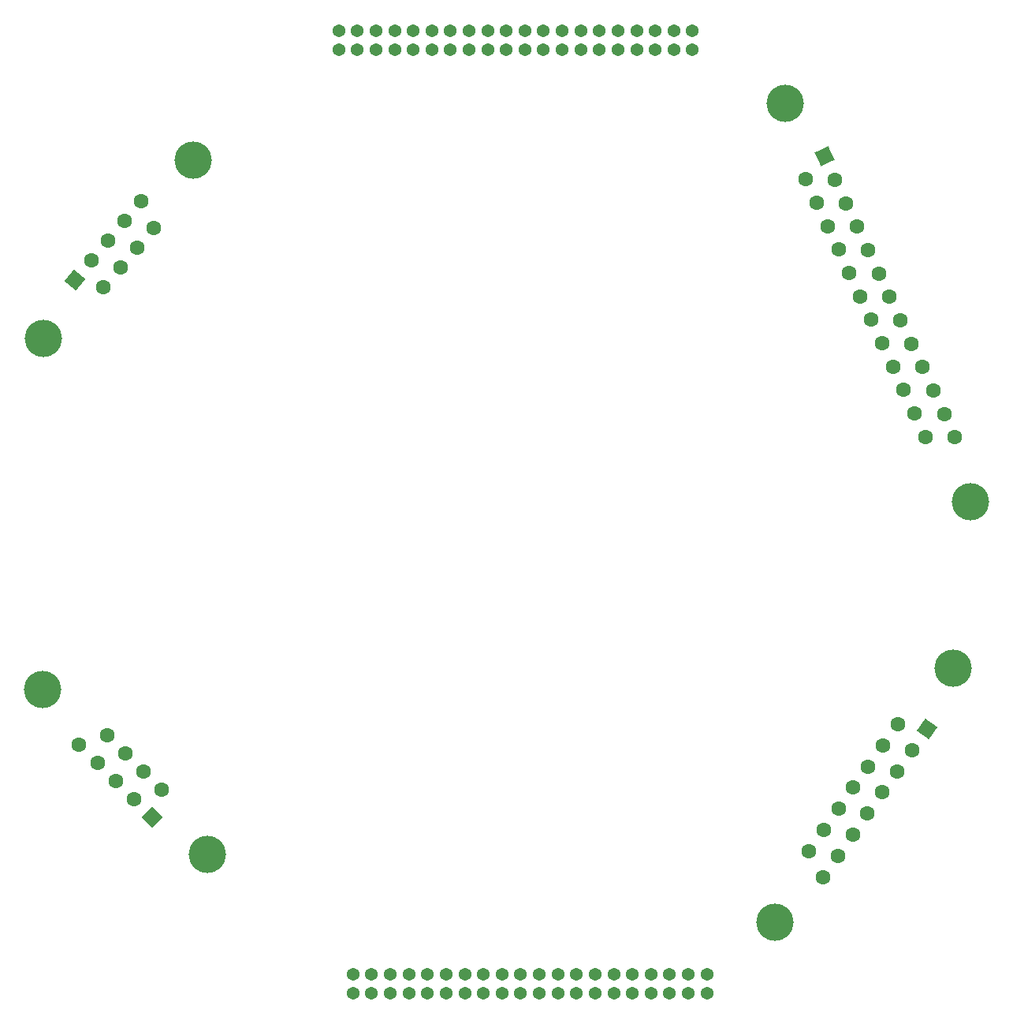
<source format=gbr>
%TF.GenerationSoftware,KiCad,Pcbnew,7.0.7*%
%TF.CreationDate,2024-03-26T09:21:43-07:00*%
%TF.ProjectId,Connector-board,436f6e6e-6563-4746-9f72-2d626f617264,rev?*%
%TF.SameCoordinates,Original*%
%TF.FileFunction,Soldermask,Bot*%
%TF.FilePolarity,Negative*%
%FSLAX46Y46*%
G04 Gerber Fmt 4.6, Leading zero omitted, Abs format (unit mm)*
G04 Created by KiCad (PCBNEW 7.0.7) date 2024-03-26 09:21:43*
%MOMM*%
%LPD*%
G01*
G04 APERTURE LIST*
G04 Aperture macros list*
%AMRotRect*
0 Rectangle, with rotation*
0 The origin of the aperture is its center*
0 $1 length*
0 $2 width*
0 $3 Rotation angle, in degrees counterclockwise*
0 Add horizontal line*
21,1,$1,$2,0,0,$3*%
G04 Aperture macros list end*
%ADD10C,4.000000*%
%ADD11RotRect,1.600000X1.600000X115.000000*%
%ADD12C,1.600000*%
%ADD13C,1.371600*%
%ADD14RotRect,1.600000X1.600000X315.000000*%
%ADD15RotRect,1.600000X1.600000X55.000000*%
%ADD16RotRect,1.600000X1.600000X230.000000*%
G04 APERTURE END LIST*
D10*
%TO.C,PT_DSUB1*%
X222383093Y-106381776D03*
X202477772Y-63694679D03*
D11*
X206693474Y-69375274D03*
D12*
X207864127Y-71885747D03*
X209034779Y-74396219D03*
X210205432Y-76906692D03*
X211376084Y-79417164D03*
X212546737Y-81927637D03*
X213717390Y-84438109D03*
X214888042Y-86948582D03*
X216058695Y-89459055D03*
X217229347Y-91969527D03*
X218400000Y-94480000D03*
X219570652Y-96990472D03*
X220741305Y-99500945D03*
X204704886Y-71830746D03*
X205875539Y-74341219D03*
X207046191Y-76851691D03*
X208216844Y-79362164D03*
X209387497Y-81872636D03*
X210558149Y-84383109D03*
X211728802Y-86893582D03*
X212899454Y-89404054D03*
X214070107Y-91914527D03*
X215240759Y-94424999D03*
X216411412Y-96935472D03*
X217582065Y-99445944D03*
%TD*%
D13*
%TO.C,J1*%
X156086831Y-159170000D03*
X156086831Y-157170000D03*
X158086831Y-159170000D03*
X158086831Y-157170000D03*
X160086831Y-159170000D03*
X160086831Y-157170000D03*
X162086831Y-159170000D03*
X162086831Y-157170000D03*
X164086831Y-159170000D03*
X164086831Y-157170000D03*
X166086831Y-159170000D03*
X166086831Y-157170000D03*
X168086831Y-159170000D03*
X168086831Y-157170000D03*
X170086831Y-159170000D03*
X170086831Y-157170000D03*
X172086831Y-159170000D03*
X172086831Y-157170000D03*
X174086831Y-159170000D03*
X174086831Y-157170000D03*
X176086831Y-159170000D03*
X176086831Y-157170000D03*
X178086831Y-159170000D03*
X178086831Y-157170000D03*
X180086831Y-159170000D03*
X180086831Y-157170000D03*
X182086831Y-159170000D03*
X182086831Y-157170000D03*
X184086831Y-159170000D03*
X184086831Y-157170000D03*
X186086831Y-159170000D03*
X186086831Y-157170000D03*
X188086731Y-159170000D03*
X188086731Y-157170000D03*
X190086731Y-159170000D03*
X190086731Y-157170000D03*
X192086731Y-159170000D03*
X192086731Y-157170000D03*
X194086731Y-159170000D03*
X194086731Y-157170000D03*
X154550000Y-57900000D03*
X154550000Y-55900000D03*
X156550000Y-57900000D03*
X156550000Y-55900000D03*
X158550000Y-57900000D03*
X158550000Y-55900000D03*
X160550000Y-57900000D03*
X160550000Y-55900000D03*
X162549900Y-57900000D03*
X162549900Y-55900000D03*
X164549900Y-57900000D03*
X164549900Y-55900000D03*
X166549900Y-57900000D03*
X166549900Y-55900000D03*
X168549900Y-57900000D03*
X168549900Y-55900000D03*
X170549900Y-57900000D03*
X170549900Y-55900000D03*
X172549900Y-57900000D03*
X172549900Y-55900000D03*
X174549900Y-57900000D03*
X174549900Y-55900000D03*
X176549900Y-57900000D03*
X176549900Y-55900000D03*
X178549900Y-57900000D03*
X178549900Y-55900000D03*
X180549900Y-57900000D03*
X180549900Y-55900000D03*
X182549900Y-57900000D03*
X182549900Y-55900000D03*
X184549900Y-57900000D03*
X184549900Y-55900000D03*
X186549900Y-57900000D03*
X186549900Y-55900000D03*
X188549900Y-57900000D03*
X188549900Y-55900000D03*
X190549900Y-57900000D03*
X190549900Y-55900000D03*
X192549900Y-57900000D03*
X192549900Y-55900000D03*
%TD*%
D10*
%TO.C,4TC_DSUB1*%
X122764701Y-126571772D03*
X140442371Y-144249442D03*
D14*
X134516816Y-140332070D03*
D12*
X132558130Y-138373384D03*
X130599444Y-136414698D03*
X128640759Y-134456013D03*
X126682073Y-132497327D03*
X135545656Y-137344544D03*
X133586971Y-135385858D03*
X131628285Y-133427172D03*
X129669599Y-131468486D03*
%TD*%
D10*
%TO.C,GND_DSUB1*%
X201425933Y-151566082D03*
X220526028Y-124288319D03*
D15*
X217700000Y-130800000D03*
D12*
X216111193Y-133069051D03*
X214522387Y-135338102D03*
X212933580Y-137607153D03*
X211344773Y-139876205D03*
X209755966Y-142145256D03*
X208167160Y-144414307D03*
X206578353Y-146683358D03*
X214579205Y-130305569D03*
X212990398Y-132574620D03*
X211401591Y-134843671D03*
X209812785Y-137112722D03*
X208223978Y-139381773D03*
X206635171Y-141650824D03*
X205046364Y-143919875D03*
%TD*%
D10*
%TO.C,SOLENOIDS_DSUB1*%
X138924588Y-69728891D03*
X122854897Y-88880002D03*
D16*
X126240916Y-82635574D03*
D12*
X128021438Y-80513631D03*
X129801959Y-78391688D03*
X131582481Y-76269745D03*
X133363003Y-74147802D03*
X129306743Y-83400119D03*
X131087265Y-81278176D03*
X132867786Y-79156233D03*
X134648308Y-77034290D03*
%TD*%
M02*

</source>
